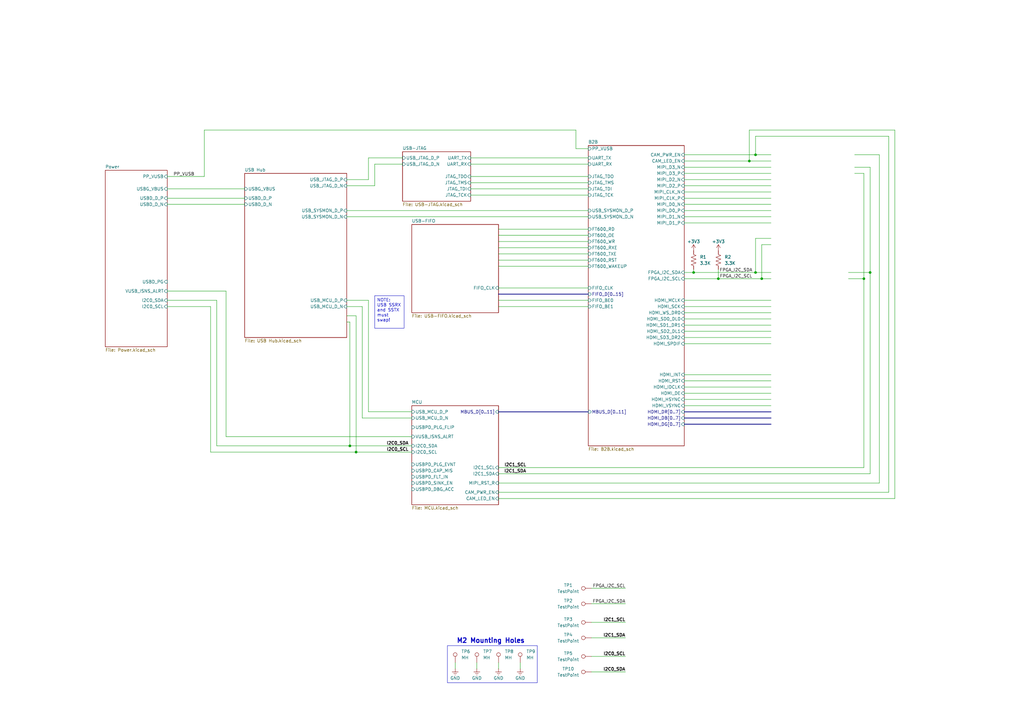
<source format=kicad_sch>
(kicad_sch (version 20250114) (generator "eeschema") (generator_version "9.0")
  (paper "A3")
  (title_block (title "Top") (date "2025-02-18") (rev "3.0") (company "Drexel University") (comment 1 "Designed by John Hofmeyr"))
  (lib_symbols
    (symbol "Connector:TestPoint" (pin_numbers (hide yes)) (pin_names (offset 0.762) (hide yes))
      (property "Reference" "TP" (at 0 6.858 0))
      (property "Value" "TestPoint" (at 0 5.08 0))
      (symbol "TestPoint_0_1"
        (circle (center 0 3.302) (radius 0.762))
      )
      (symbol "TestPoint_1_1"
        (pin passive line (at 0 0 90) (length 2.54) (name "1") (number "1"))
      )
    )
    (symbol "Device:R_US" (pin_numbers (hide yes)) (pin_names (offset 0))
      (property "Reference" "R" (at 2.54 0 90))
      (property "Value" "R_US" (at -2.54 0 90))
      (symbol "R_US_0_1"
        (polyline (pts (xy 0 2.286) (xy 0 2.54)))
        (polyline (pts (xy 0 2.286) (xy 1.016 1.905) (xy 0 1.524) (xy -1.016 1.143) (xy 0 0.762)))
        (polyline (pts (xy 0 0.762) (xy 1.016 0.381) (xy 0 0) (xy -1.016 -0.381) (xy 0 -0.762)))
        (polyline (pts (xy 0 -0.762) (xy 1.016 -1.143) (xy 0 -1.524) (xy -1.016 -1.905) (xy 0 -2.286)))
        (polyline (pts (xy 0 -2.286) (xy 0 -2.54)))
      )
      (symbol "R_US_1_1"
        (pin passive line (at 0 3.81 270) (length 1.27) (name "~") (number "1"))
        (pin passive line (at 0 -3.81 90) (length 1.27) (name "~") (number "2"))
      )
    )
    (symbol "power:+3V3" (power) (pin_numbers (hide yes)) (pin_names (offset 0) (hide yes))
      (property "Value" "+3V3" (at 0 3.556 0))
      (symbol "+3V3_0_1"
        (polyline (pts (xy -0.762 1.27) (xy 0 2.54)))
        (polyline (pts (xy 0 2.54) (xy 0.762 1.27)))
        (polyline (pts (xy 0 0) (xy 0 2.54)))
      )
      (symbol "+3V3_1_1"
        (pin power_in line (at 0 0 90) (length 0) (name "~") (number "1"))
      )
    )
    (symbol "power:GND" (power) (pin_numbers (hide yes)) (pin_names (offset 0) (hide yes))
      (property "Value" "GND" (at 0 -3.81 0))
      (symbol "GND_0_1"
        (polyline (pts (xy -0.635 -1.905) (xy 0.635 -1.905)))
        (polyline (pts (xy -0.127 -2.54) (xy 0.127 -2.54)))
        (polyline (pts (xy 0 -1.27) (xy 0 0)))
        (polyline (pts (xy 1.27 -1.27) (xy -1.27 -1.27)))
      )
      (symbol "GND_1_1"
        (pin power_in line (at 0 0 270) (length 0) (name "~") (number "1"))
      )
    )
  )
  (rectangle (start 183.515 264.795) (end 220.345 280.035))
  (text "M2 Mounting Holes" (at 201.295 262.89 0) (effects (font (size 1.905 1.905) (thickness 0.381) (bold yes))))
  (text_box "NOTE:\nUSB SSRX and SSTX must swap!" (at 153.67 121.285 0) (size 12.065 13.335) (margins 0.9525 0.9525 0.9525 0.9525) (effects (font (size 1.27 1.27)) (justify left top)))
  (junction (at 146.05 185.42))
  (junction (at 309.88 111.76))
  (junction (at 309.88 63.5))
  (junction (at 294.64 114.3))
  (junction (at 356.87 111.76))
  (junction (at 307.34 66.04))
  (junction (at 354.33 114.3))
  (junction (at 312.42 114.3))
  (junction (at 143.51 182.88))
  (junction (at 284.48 111.76))
  (wire (pts (xy 294.64 110.49) (xy 294.64 114.3)))
  (wire (pts (xy 204.47 93.98) (xy 241.3 93.98)))
  (wire (pts (xy 204.47 104.14) (xy 241.3 104.14)))
  (wire (pts (xy 88.9 182.88) (xy 143.51 182.88)))
  (wire (pts (xy 280.67 125.73) (xy 316.23 125.73)))
  (wire (pts (xy 146.05 185.42) (xy 168.91 185.42)))
  (wire (pts (xy 280.67 76.2) (xy 316.23 76.2)))
  (wire (pts (xy 356.87 68.58) (xy 350.52 68.58)))
  (wire (pts (xy 280.67 66.04) (xy 307.34 66.04)))
  (wire (pts (xy 284.48 110.49) (xy 284.48 111.76)))
  (wire (pts (xy 142.24 132.08) (xy 143.51 132.08)))
  (wire (pts (xy 280.67 83.82) (xy 316.23 83.82)))
  (wire (pts (xy 354.33 71.12) (xy 354.33 114.3)))
  (wire (pts (xy 242.57 269.24) (xy 256.54 269.24)))
  (wire (pts (xy 242.57 241.3) (xy 256.54 241.3)))
  (wire (pts (xy 142.24 129.54) (xy 146.05 129.54)))
  (wire (pts (xy 312.42 114.3) (xy 316.23 114.3)))
  (wire (pts (xy 280.67 111.76) (xy 284.48 111.76)))
  (wire (pts (xy 142.24 125.73) (xy 148.59 125.73)))
  (wire (pts (xy 68.58 72.39) (xy 83.82 72.39)))
  (wire (pts (xy 307.34 53.34) (xy 307.34 66.04)))
  (wire (pts (xy 88.9 123.19) (xy 68.58 123.19)))
  (wire (pts (xy 280.67 123.19) (xy 316.23 123.19)))
  (wire (pts (xy 142.24 76.2) (xy 153.67 76.2)))
  (wire (pts (xy 168.91 179.07) (xy 92.71 179.07)))
  (wire (pts (xy 242.57 275.59) (xy 256.54 275.59)))
  (wire (pts (xy 193.04 67.31) (xy 241.3 67.31)))
  (wire (pts (xy 280.67 86.36) (xy 316.23 86.36)))
  (wire (pts (xy 86.36 125.73) (xy 68.58 125.73)))
  (wire (pts (xy 142.24 88.9) (xy 241.3 88.9)))
  (wire (pts (xy 193.04 74.93) (xy 241.3 74.93)))
  (wire (pts (xy 367.03 53.34) (xy 307.34 53.34)))
  (bus (pts (xy 204.47 168.91) (xy 241.3 168.91)))
  (wire (pts (xy 242.57 261.62) (xy 256.54 261.62)))
  (wire (pts (xy 83.82 53.34) (xy 83.82 72.39)))
  (wire (pts (xy 280.67 153.67) (xy 316.23 153.67)))
  (wire (pts (xy 83.82 53.34) (xy 236.22 53.34)))
  (wire (pts (xy 204.47 204.47) (xy 367.03 204.47)))
  (wire (pts (xy 142.24 73.66) (xy 151.13 73.66)))
  (wire (pts (xy 92.71 119.38) (xy 68.58 119.38)))
  (bus (pts (xy 280.67 171.45) (xy 316.23 171.45)))
  (bus (pts (xy 280.67 168.91) (xy 316.23 168.91)))
  (wire (pts (xy 280.67 128.27) (xy 316.23 128.27)))
  (wire (pts (xy 148.59 171.45) (xy 168.91 171.45)))
  (wire (pts (xy 280.67 88.9) (xy 316.23 88.9)))
  (wire (pts (xy 242.57 255.27) (xy 256.54 255.27)))
  (wire (pts (xy 316.23 97.79) (xy 309.88 97.79)))
  (wire (pts (xy 294.64 114.3) (xy 312.42 114.3)))
  (wire (pts (xy 204.47 271.78) (xy 204.47 274.32)))
  (wire (pts (xy 347.98 114.3) (xy 354.33 114.3)))
  (wire (pts (xy 204.47 99.06) (xy 241.3 99.06)))
  (wire (pts (xy 242.57 247.65) (xy 256.54 247.65)))
  (wire (pts (xy 309.88 63.5) (xy 316.23 63.5)))
  (wire (pts (xy 280.67 163.83) (xy 316.23 163.83)))
  (wire (pts (xy 153.67 76.2) (xy 153.67 67.31)))
  (wire (pts (xy 142.24 86.36) (xy 241.3 86.36)))
  (wire (pts (xy 280.67 68.58) (xy 316.23 68.58)))
  (wire (pts (xy 280.67 138.43) (xy 316.23 138.43)))
  (bus (pts (xy 204.47 120.65) (xy 241.3 120.65)))
  (wire (pts (xy 204.47 194.31) (xy 356.87 194.31)))
  (wire (pts (xy 193.04 64.77) (xy 241.3 64.77)))
  (wire (pts (xy 153.67 67.31) (xy 165.1 67.31)))
  (wire (pts (xy 143.51 182.88) (xy 168.91 182.88)))
  (wire (pts (xy 204.47 123.19) (xy 241.3 123.19)))
  (wire (pts (xy 213.36 271.78) (xy 213.36 274.32)))
  (wire (pts (xy 204.47 106.68) (xy 241.3 106.68)))
  (wire (pts (xy 356.87 111.76) (xy 356.87 68.58)))
  (wire (pts (xy 193.04 77.47) (xy 241.3 77.47)))
  (wire (pts (xy 204.47 118.11) (xy 241.3 118.11)))
  (wire (pts (xy 280.67 81.28) (xy 316.23 81.28)))
  (wire (pts (xy 360.68 63.5) (xy 360.68 198.12)))
  (wire (pts (xy 241.3 60.96) (xy 236.22 60.96)))
  (wire (pts (xy 68.58 77.47) (xy 100.33 77.47)))
  (wire (pts (xy 68.58 81.28) (xy 100.33 81.28)))
  (wire (pts (xy 151.13 123.19) (xy 151.13 168.91)))
  (wire (pts (xy 280.67 133.35) (xy 316.23 133.35)))
  (wire (pts (xy 143.51 132.08) (xy 143.51 182.88)))
  (wire (pts (xy 151.13 73.66) (xy 151.13 64.77)))
  (wire (pts (xy 347.98 111.76) (xy 356.87 111.76)))
  (wire (pts (xy 86.36 185.42) (xy 86.36 125.73)))
  (wire (pts (xy 364.49 201.93) (xy 364.49 55.88)))
  (wire (pts (xy 280.67 114.3) (xy 294.64 114.3)))
  (wire (pts (xy 350.52 63.5) (xy 360.68 63.5)))
  (wire (pts (xy 193.04 80.01) (xy 241.3 80.01)))
  (wire (pts (xy 280.67 91.44) (xy 316.23 91.44)))
  (wire (pts (xy 186.69 271.78) (xy 186.69 274.32)))
  (wire (pts (xy 195.58 271.78) (xy 195.58 274.32)))
  (wire (pts (xy 309.88 97.79) (xy 309.88 111.76)))
  (wire (pts (xy 280.67 71.12) (xy 316.23 71.12)))
  (wire (pts (xy 309.88 111.76) (xy 316.23 111.76)))
  (wire (pts (xy 204.47 201.93) (xy 364.49 201.93)))
  (wire (pts (xy 204.47 191.77) (xy 354.33 191.77)))
  (wire (pts (xy 146.05 129.54) (xy 146.05 185.42)))
  (wire (pts (xy 280.67 156.21) (xy 316.23 156.21)))
  (wire (pts (xy 280.67 166.37) (xy 316.23 166.37)))
  (wire (pts (xy 364.49 55.88) (xy 309.88 55.88)))
  (wire (pts (xy 280.67 135.89) (xy 316.23 135.89)))
  (wire (pts (xy 204.47 96.52) (xy 241.3 96.52)))
  (wire (pts (xy 350.52 71.12) (xy 354.33 71.12)))
  (wire (pts (xy 92.71 179.07) (xy 92.71 119.38)))
  (wire (pts (xy 204.47 101.6) (xy 241.3 101.6)))
  (wire (pts (xy 204.47 109.22) (xy 241.3 109.22)))
  (wire (pts (xy 151.13 168.91) (xy 168.91 168.91)))
  (wire (pts (xy 151.13 64.77) (xy 165.1 64.77)))
  (wire (pts (xy 280.67 63.5) (xy 309.88 63.5)))
  (wire (pts (xy 312.42 100.33) (xy 312.42 114.3)))
  (wire (pts (xy 356.87 194.31) (xy 356.87 111.76)))
  (wire (pts (xy 280.67 130.81) (xy 316.23 130.81)))
  (wire (pts (xy 204.47 125.73) (xy 241.3 125.73)))
  (wire (pts (xy 354.33 114.3) (xy 354.33 191.77)))
  (wire (pts (xy 280.67 161.29) (xy 316.23 161.29)))
  (wire (pts (xy 280.67 78.74) (xy 316.23 78.74)))
  (wire (pts (xy 309.88 55.88) (xy 309.88 63.5)))
  (wire (pts (xy 316.23 100.33) (xy 312.42 100.33)))
  (wire (pts (xy 142.24 123.19) (xy 151.13 123.19)))
  (wire (pts (xy 360.68 198.12) (xy 204.47 198.12)))
  (wire (pts (xy 236.22 53.34) (xy 236.22 60.96)))
  (wire (pts (xy 193.04 72.39) (xy 241.3 72.39)))
  (wire (pts (xy 68.58 83.82) (xy 100.33 83.82)))
  (wire (pts (xy 280.67 140.97) (xy 316.23 140.97)))
  (wire (pts (xy 307.34 66.04) (xy 316.23 66.04)))
  (bus (pts (xy 280.67 173.99) (xy 316.23 173.99)))
  (wire (pts (xy 86.36 185.42) (xy 146.05 185.42)))
  (wire (pts (xy 284.48 111.76) (xy 309.88 111.76)))
  (wire (pts (xy 367.03 204.47) (xy 367.03 53.34)))
  (wire (pts (xy 280.67 73.66) (xy 316.23 73.66)))
  (wire (pts (xy 148.59 125.73) (xy 148.59 171.45)))
  (wire (pts (xy 280.67 158.75) (xy 316.23 158.75)))
  (wire (pts (xy 88.9 182.88) (xy 88.9 123.19)))
  (label "PP_VUSB" (at 71.12 72.39 0))
  (label "FPGA_I2C_SCL" (at 308.61 114.3 180))
  (label "I2C0_SDA" (at 256.54 275.59 180) (effects (font (bold yes))))
  (label "I2C1_SCL" (at 256.54 255.27 180) (effects (font (bold yes))))
  (label "I2C1_SDA" (at 215.9 194.31 180) (effects (font (bold yes))))
  (label "I2C1_SCL" (at 215.9 191.77 180) (effects (font (bold yes))))
  (label "I2C1_SDA" (at 256.54 261.62 180) (effects (font (bold yes))))
  (label "FPGA_I2C_SDA" (at 256.54 247.65 180))
  (label "I2C0_SDA" (at 167.64 182.88 180) (effects (font (bold yes))))
  (label "FPGA_I2C_SCL" (at 256.54 241.3 180))
  (label "FPGA_I2C_SDA" (at 308.61 111.76 180))
  (label "I2C0_SCL" (at 167.64 185.42 180) (effects (font (bold yes))))
  (label "I2C0_SCL" (at 256.54 269.24 180) (effects (font (bold yes))))
  (symbol (lib_id "Connector:TestPoint") (at 195.58 271.78 0) (unit 1)
    (property "Reference" "TP7" (at 198.12 267.2079 0) (effects (justify left)))
    (property "Value" "MH" (at 198.12 269.7479 0) (effects (justify left)))
    (property "Footprint" "MountingHole:MountingHole_2.2mm_M2_Pad_Via" (effects (hide yes)))
    (property "Description" "test point" (effects (hide yes)))
  )
  (symbol (lib_id "power:+3V3") (at 284.48 102.87 0) (unit 1)
    (property "Reference" "#PWR01" (effects (hide yes)))
    (property "Value" "+3V3" (at 284.48 99.06 0))
    (property "Description" "Power symbol creates a global label with name \"+3V3\"" (effects (hide yes)))
  )
  (symbol (lib_id "Connector:TestPoint") (at 186.69 271.78 0) (unit 1)
    (property "Reference" "TP6" (at 189.23 267.2079 0) (effects (justify left)))
    (property "Value" "MH" (at 189.23 269.7479 0) (effects (justify left)))
    (property "Footprint" "MountingHole:MountingHole_2.2mm_M2_Pad_Via" (effects (hide yes)))
    (property "Description" "test point" (effects (hide yes)))
  )
  (symbol (lib_id "power:GND") (at 213.36 274.32 0) (unit 1)
    (property "Reference" "#PWR06" (effects (hide yes)))
    (property "Value" "GND" (at 213.36 278.13 0))
    (property "Description" "Power symbol creates a global label with name \"GND\" , ground" (effects (hide yes)))
  )
  (symbol (lib_id "Device:R_US") (at 294.64 106.68 180) (unit 1)
    (property "Reference" "R2" (at 297.18 105.4099 0) (effects (justify right)))
    (property "Value" "3.3K" (at 297.18 107.9499 0) (effects (justify right)))
    (property "Footprint" "Resistor_SMD:R_0201_0603Metric" (effects (hide yes)))
    (property "Description" "Resistor, US symbol" (effects (hide yes)))
  )
  (symbol (lib_id "power:+3V3") (at 294.64 102.87 0) (unit 1)
    (property "Reference" "#PWR02" (effects (hide yes)))
    (property "Value" "+3V3" (at 294.64 99.06 0))
    (property "Description" "Power symbol creates a global label with name \"+3V3\"" (effects (hide yes)))
  )
  (symbol (lib_id "Connector:TestPoint") (at 242.57 269.24 90) (unit 1)
    (property "Reference" "TP5" (at 233.045 267.97 90))
    (property "Value" "TestPoint" (at 233.045 270.51 90))
    (property "Footprint" "IO_Module:Test Point 0.5mm No Silk" (effects (hide yes)))
    (property "Description" "test point" (effects (hide yes)))
  )
  (symbol (lib_id "Connector:TestPoint") (at 213.36 271.78 0) (unit 1)
    (property "Reference" "TP9" (at 215.9 267.2079 0) (effects (justify left)))
    (property "Value" "MH" (at 215.9 269.7479 0) (effects (justify left)))
    (property "Footprint" "MountingHole:MountingHole_2.2mm_M2_Pad_Via" (effects (hide yes)))
    (property "Description" "test point" (effects (hide yes)))
  )
  (symbol (lib_id "Connector:TestPoint") (at 242.57 241.3 90) (unit 1)
    (property "Reference" "TP1" (at 233.045 240.03 90))
    (property "Value" "TestPoint" (at 233.045 242.57 90))
    (property "Footprint" "IO_Module:Test Point 0.5mm No Silk" (effects (hide yes)))
    (property "Description" "test point" (effects (hide yes)))
  )
  (symbol (lib_id "Connector:TestPoint") (at 242.57 247.65 90) (unit 1)
    (property "Reference" "TP2" (at 233.045 246.38 90))
    (property "Value" "TestPoint" (at 233.045 248.92 90))
    (property "Footprint" "IO_Module:Test Point 0.5mm No Silk" (effects (hide yes)))
    (property "Description" "test point" (effects (hide yes)))
  )
  (symbol (lib_id "power:GND") (at 195.58 274.32 0) (unit 1)
    (property "Reference" "#PWR04" (effects (hide yes)))
    (property "Value" "GND" (at 195.58 278.13 0))
    (property "Description" "Power symbol creates a global label with name \"GND\" , ground" (effects (hide yes)))
  )
  (symbol (lib_id "Connector:TestPoint") (at 242.57 255.27 90) (unit 1)
    (property "Reference" "TP3" (at 233.045 254 90))
    (property "Value" "TestPoint" (at 233.045 256.54 90))
    (property "Footprint" "IO_Module:Test Point 0.5mm No Silk" (effects (hide yes)))
    (property "Description" "test point" (effects (hide yes)))
  )
  (symbol (lib_id "Connector:TestPoint") (at 242.57 275.59 90) (unit 1)
    (property "Reference" "TP10" (at 233.045 274.32 90))
    (property "Value" "TestPoint" (at 233.045 276.86 90))
    (property "Footprint" "IO_Module:Test Point 0.5mm No Silk" (effects (hide yes)))
    (property "Description" "test point" (effects (hide yes)))
  )
  (symbol (lib_id "Connector:TestPoint") (at 204.47 271.78 0) (unit 1)
    (property "Reference" "TP8" (at 207.01 267.2079 0) (effects (justify left)))
    (property "Value" "MH" (at 207.01 269.7479 0) (effects (justify left)))
    (property "Footprint" "MountingHole:MountingHole_2.2mm_M2_Pad_Via" (effects (hide yes)))
    (property "Description" "test point" (effects (hide yes)))
  )
  (symbol (lib_id "power:GND") (at 204.47 274.32 0) (unit 1)
    (property "Reference" "#PWR05" (effects (hide yes)))
    (property "Value" "GND" (at 204.47 278.13 0))
    (property "Description" "Power symbol creates a global label with name \"GND\" , ground" (effects (hide yes)))
  )
  (symbol (lib_id "Device:R_US") (at 284.48 106.68 180) (unit 1)
    (property "Reference" "R1" (at 287.02 105.4099 0) (effects (justify right)))
    (property "Value" "3.3K" (at 287.02 107.9499 0) (effects (justify right)))
    (property "Footprint" "Resistor_SMD:R_0201_0603Metric" (effects (hide yes)))
    (property "Description" "Resistor, US symbol" (effects (hide yes)))
  )
  (symbol (lib_id "Connector:TestPoint") (at 242.57 261.62 90) (unit 1)
    (property "Reference" "TP4" (at 233.045 260.35 90))
    (property "Value" "TestPoint" (at 233.045 262.89 90))
    (property "Footprint" "IO_Module:Test Point 0.5mm No Silk" (effects (hide yes)))
    (property "Description" "test point" (effects (hide yes)))
  )
  (symbol (lib_id "power:GND") (at 186.69 274.32 0) (unit 1)
    (property "Reference" "#PWR03" (effects (hide yes)))
    (property "Value" "GND" (at 186.69 278.13 0))
    (property "Description" "Power symbol creates a global label with name \"GND\" , ground" (effects (hide yes)))
  )
  (sheet (at 168.91 92.075) (size 35.56 36.195) (stroke (width 0.1524))
    (property "Sheetname" "USB-FIFO" (at 168.91 91.3634 0) (effects (justify left bottom)))
    (property "Sheetfile" "USB-FIFO.kicad_sch" (at 168.91 128.8546 0) (effects (justify left top)))
    (pin "FIFO_CLK" input (at 204.47 118.11 0))
  )
  (sheet (at 241.3 59.69) (size 39.37 123.19) (stroke (width 0.1524))
    (property "Sheetname" "B2B" (at 241.3 58.9784 0) (effects (justify left bottom)))
    (property "Sheetfile" "B2B.kicad_sch" (at 241.3 183.4646 0) (effects (justify left top)))
    (pin "FPGA_I2C_SCL" input (at 280.67 114.3 0))
    (pin "FPGA_I2C_SDA" input (at 280.67 111.76 0))
    (pin "USB_SYSMON_D_N" input (at 241.3 88.9 180))
    (pin "USB_SYSMON_D_P" input (at 241.3 86.36 180))
    (pin "FIFO_BE0" input (at 241.3 123.19 180))
    (pin "FIFO_BE1" input (at 241.3 125.73 180))
    (pin "FT600_RST" input (at 241.3 106.68 180))
    (pin "FT600_RD" input (at 241.3 93.98 180))
    (pin "FT600_TXE" input (at 241.3 104.14 180))
    (pin "FT600_WR" input (at 241.3 99.06 180))
    (pin "FT600_RXE" input (at 241.3 101.6 180))
    (pin "FT600_OE" input (at 241.3 96.52 180))
    (pin "UART_RX" input (at 241.3 67.31 180))
    (pin "JTAG_TDO" input (at 241.3 72.39 180))
    (pin "UART_TX" input (at 241.3 64.77 180))
    (pin "JTAG_TDI" input (at 241.3 77.47 180))
    (pin "JTAG_TCK" input (at 241.3 80.01 180))
    (pin "PP_VUSB" input (at 241.3 60.96 180))
    (pin "JTAG_TMS" input (at 241.3 74.93 180))
    (pin "FT600_WAKEUP" input (at 241.3 109.22 180))
    (pin "FIFO_CLK" input (at 241.3 118.11 180))
    (pin "FIFO_D[0..15]" input (at 241.3 120.65 180))
    (pin "MIPI_D2_P" input (at 280.67 76.2 0))
    (pin "MIPI_D2_N" input (at 280.67 73.66 0))
    (pin "MIPI_D3_P" input (at 280.67 71.12 0))
    (pin "CAM_LED_EN" input (at 280.67 66.04 0))
    (pin "MIPI_D3_N" input (at 280.67 68.58 0))
    (pin "CAM_PWR_EN" input (at 280.67 63.5 0))
    (pin "MIPI_D1_P" input (at 280.67 91.44 0))
    (pin "MIPI_CLK_P" input (at 280.67 81.28 0))
    (pin "MIPI_D0_N" input (at 280.67 83.82 0))
    (pin "MIPI_D0_P" input (at 280.67 86.36 0))
    (pin "MIPI_CLK_N" input (at 280.67 78.74 0))
    (pin "MIPI_D1_N" input (at 280.67 88.9 0))
    (pin "MBUS_D[0..11]" input (at 241.3 168.91 180))
    (pin "HDMI_IDCLK" input (at 280.67 158.75 0))
    (pin "HDMI_VSYNC" input (at 280.67 166.37 0))
    (pin "HDMI_HSYNC" input (at 280.67 163.83 0))
    (pin "HDMI_DE" input (at 280.67 161.29 0))
    (pin "HDMI_DB[0..7]" input (at 280.67 171.45 0))
    (pin "HDMI_SD3_DR2" input (at 280.67 138.43 0))
    (pin "HDMI_SCK" input (at 280.67 125.73 0))
    (pin "HDMI_SD1_DR1" input (at 280.67 133.35 0))
    (pin "HDMI_WS_DR0" input (at 280.67 128.27 0))
    (pin "HDMI_SPDIF" input (at 280.67 140.97 0))
    (pin "HDMI_SD0_DL0" input (at 280.67 130.81 0))
    (pin "HDMI_SD2_DL1" input (at 280.67 135.89 0))
    (pin "HDMI_RST" input (at 280.67 156.21 0))
    (pin "HDMI_INT" input (at 280.67 153.67 0))
    (pin "HDMI_MCLK" input (at 280.67 123.19 0))
    (pin "HDMI_DG[0..7]" input (at 280.67 173.99 0))
    (pin "HDMI_DR[0..7]" input (at 280.67 168.91 0))
  )
  (sheet (at 100.33 71.12) (size 41.91 67.31) (stroke (width 0.1524))
    (property "Sheetname" "USB Hub" (at 100.33 70.4084 0) (effects (justify left bottom)))
    (property "Sheetfile" "USB Hub.kicad_sch" (at 100.33 139.0146 0) (effects (justify left top)))
    (pin "USB_JTAG_D_N" input (at 142.24 76.2 0))
    (pin "USB_MCU_D_P" input (at 142.24 123.19 0))
    (pin "USB_MCU_D_N" input (at 142.24 125.73 0))
    (pin "USB_SYSMON_D_P" input (at 142.24 86.36 0))
    (pin "USB_JTAG_D_P" input (at 142.24 73.66 0))
    (pin "USB_SYSMON_D_N" input (at 142.24 88.9 0))
    (pin "USBD_D_P" input (at 100.33 81.28 180))
    (pin "USBD_D_N" input (at 100.33 83.82 180))
    (pin "USBG_VBUS" input (at 100.33 77.47 180))
  )
  (sheet (at 43.18 69.85) (size 25.4 72.39) (stroke (width 0.1524))
    (property "Sheetname" "Power" (at 43.18 69.1384 0) (effects (justify left bottom)))
    (property "Sheetfile" "Power.kicad_sch" (at 43.18 142.8246 0) (effects (justify left top)))
    (pin "VUSB_ISNS_ALRT" input (at 68.58 119.38 0))
    (pin "PP_VUSB" input (at 68.58 72.39 0))
    (pin "I2C0_SCL" input (at 68.58 125.73 0))
    (pin "I2C0_SDA" input (at 68.58 123.19 0))
    (pin "USBD_D_N" input (at 68.58 83.82 0))
    (pin "USBG_VBUS" input (at 68.58 77.47 0))
    (pin "USBD_D_P" input (at 68.58 81.28 0))
    (pin "USBD_PG" input (at 68.58 115.57 0))
  )
  (sheet (at 165.1 62.23) (size 27.94 20.32) (stroke (width 0.1524))
    (property "Sheetname" "USB-JTAG" (at 165.1 61.5184 0) (effects (justify left bottom)))
    (property "Sheetfile" "USB-JTAG.kicad_sch" (at 165.1 83.1346 0) (effects (justify left top)))
    (pin "UART_TX" input (at 193.04 64.77 0))
    (pin "UART_RX" input (at 193.04 67.31 0))
    (pin "JTAG_TDO" input (at 193.04 72.39 0))
    (pin "JTAG_TMS" input (at 193.04 74.93 0))
    (pin "JTAG_TDI" input (at 193.04 77.47 0))
    (pin "JTAG_TCK" input (at 193.04 80.01 0))
    (pin "USB_JTAG_D_N" input (at 165.1 67.31 180))
    (pin "USB_JTAG_D_P" input (at 165.1 64.77 180))
  )
  (sheet (at 168.91 166.37) (size 35.56 40.64) (stroke (width 0.1524))
    (property "Sheetname" "MCU" (at 168.91 165.6584 0) (effects (justify left bottom)))
    (property "Sheetfile" "MCU.kicad_sch" (at 168.91 207.5946 0) (effects (justify left top)))
    (pin "CAM_PWR_EN" input (at 204.47 201.93 0))
    (pin "I2C1_SDA" input (at 204.47 194.31 0))
    (pin "CAM_LED_EN" input (at 204.47 204.47 0))
    (pin "I2C0_SCL" input (at 168.91 185.42 180))
    (pin "I2C1_SCL" input (at 204.47 191.77 0))
    (pin "I2C0_SDA" input (at 168.91 182.88 180))
    (pin "USB_MCU_D_P" input (at 168.91 168.91 180))
    (pin "USB_MCU_D_N" input (at 168.91 171.45 180))
    (pin "USBPD_PLG_FLIP" input (at 168.91 175.26 180))
    (pin "USBPD_PLG_EVNT" input (at 168.91 190.5 180))
    (pin "USBPD_FLT_IN" input (at 168.91 195.58 180))
    (pin "USBPD_SINK_EN" input (at 168.91 198.12 180))
    (pin "USBPD_DBG_ACC" input (at 168.91 200.66 180))
    (pin "USBPD_CAP_MIS" input (at 168.91 193.04 180))
    (pin "VUSB_ISNS_ALRT" input (at 168.91 179.07 180))
    (pin "MIPI_RST_R" input (at 204.47 198.12 0))
    (pin "MBUS_D[0..11]" input (at 204.47 168.91 0))
  )
)
</source>
